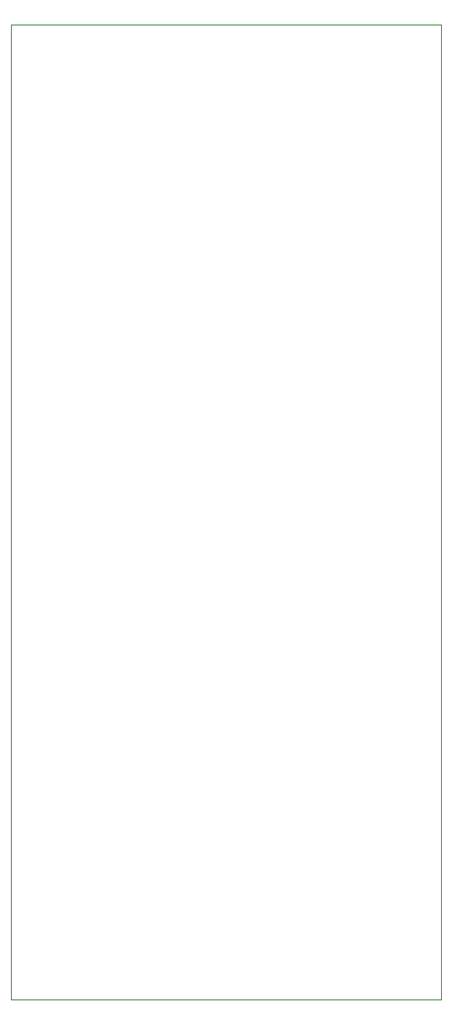
<source format=gbr>
%TF.GenerationSoftware,KiCad,Pcbnew,5.1.8*%
%TF.CreationDate,2020-12-05T20:58:01+00:00*%
%TF.ProjectId,oscillator_prototype,6f736369-6c6c-4617-946f-725f70726f74,rev?*%
%TF.SameCoordinates,Original*%
%TF.FileFunction,Profile,NP*%
%FSLAX46Y46*%
G04 Gerber Fmt 4.6, Leading zero omitted, Abs format (unit mm)*
G04 Created by KiCad (PCBNEW 5.1.8) date 2020-12-05 20:58:01*
%MOMM*%
%LPD*%
G01*
G04 APERTURE LIST*
%TA.AperFunction,Profile*%
%ADD10C,0.050000*%
%TD*%
G04 APERTURE END LIST*
D10*
X95000000Y-135000000D02*
X95000000Y-44250000D01*
X135000000Y-44250000D02*
X135000000Y-135000000D01*
X135000000Y-135000000D02*
X95000000Y-135000000D01*
X95000000Y-44250000D02*
X135000000Y-44250000D01*
M02*

</source>
